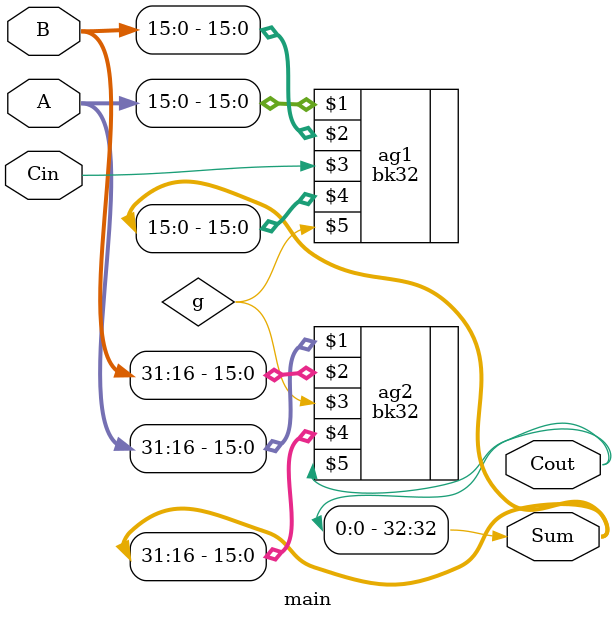
<source format=v>
`timescale 1ns / 1ps


module main(
    input [31:0] A,
    input [31:0] B,
    input Cin,
    output [32:0] Sum,
    output Cout
    );
    wire g;
    bk32 ag1(A[15:0],B[15:0],Cin,Sum[15:0],g);
    bk32 ag2(A[31:16],B[31:16],g,Sum[31:16],Cout);
    assign Sum[32]=Cout;
endmodule

</source>
